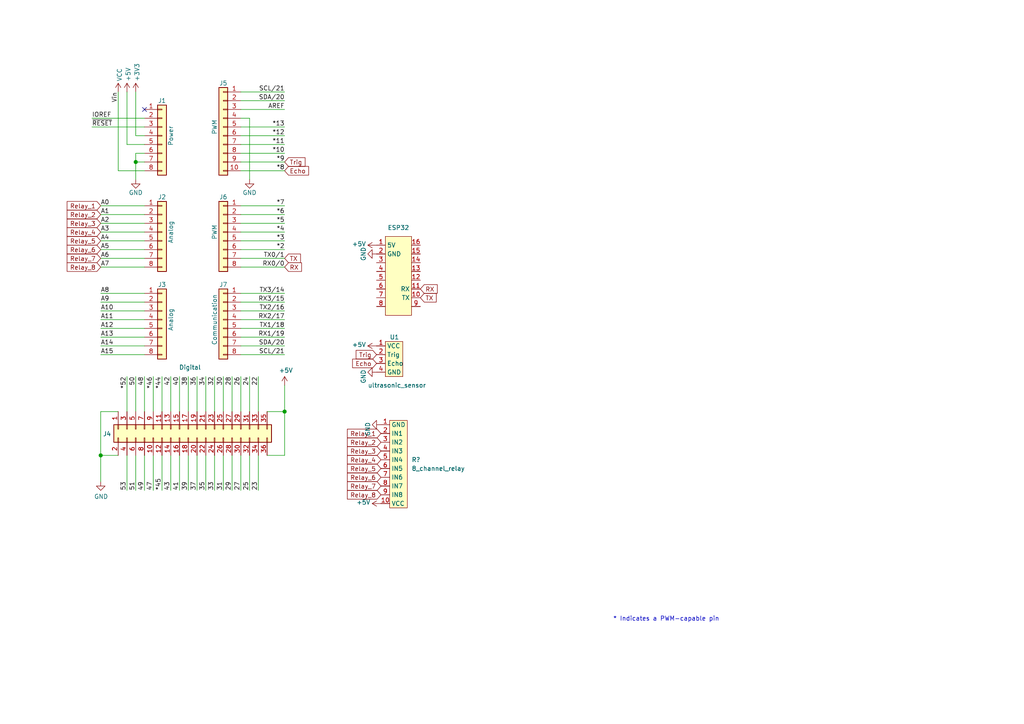
<source format=kicad_sch>
(kicad_sch (version 20211123) (generator eeschema)
  (paper "A4")
  (title_block (date "mar. 31 mars 2015"))
  (lib_symbols
    (symbol "Connector_Generic:Conn_01x08" (pin_names (offset 1.016) hide)
      (property "Reference" "J" (at 0 10.16 0))
      (property "Value" "Conn_01x08" (at 0 -12.7 0))
      (symbol "Conn_01x08_1_1"
        (rectangle (start -1.27 -10.033) (end 0 -10.287) (stroke (width 0.1524)))
        (rectangle (start -1.27 -7.493) (end 0 -7.747) (stroke (width 0.1524)))
        (rectangle (start -1.27 -4.953) (end 0 -5.207) (stroke (width 0.1524)))
        (rectangle (start -1.27 -2.413) (end 0 -2.667) (stroke (width 0.1524)))
        (rectangle (start -1.27 0.127) (end 0 -0.127) (stroke (width 0.1524)))
        (rectangle (start -1.27 2.667) (end 0 2.413) (stroke (width 0.1524)))
        (rectangle (start -1.27 5.207) (end 0 4.953) (stroke (width 0.1524)))
        (rectangle (start -1.27 7.747) (end 0 7.493) (stroke (width 0.1524)))
        (rectangle (start -1.27 8.89) (end 1.27 -11.43) (stroke (width 0.254)) (fill (type background)))
        (pin passive line (at -5.08 7.62 0) (length 3.81) (name "Pin_1") (number "1"))
        (pin passive line (at -5.08 5.08 0) (length 3.81) (name "Pin_2") (number "2"))
        (pin passive line (at -5.08 2.54 0) (length 3.81) (name "Pin_3") (number "3"))
        (pin passive line (at -5.08 0 0) (length 3.81) (name "Pin_4") (number "4"))
        (pin passive line (at -5.08 -2.54 0) (length 3.81) (name "Pin_5") (number "5"))
        (pin passive line (at -5.08 -5.08 0) (length 3.81) (name "Pin_6") (number "6"))
        (pin passive line (at -5.08 -7.62 0) (length 3.81) (name "Pin_7") (number "7"))
        (pin passive line (at -5.08 -10.16 0) (length 3.81) (name "Pin_8") (number "8"))
      )
    )
    (symbol "Connector_Generic:Conn_01x10" (pin_names (offset 1.016) hide)
      (property "Reference" "J" (at 0 12.7 0))
      (property "Value" "Conn_01x10" (at 0 -15.24 0))
      (symbol "Conn_01x10_1_1"
        (rectangle (start -1.27 -12.573) (end 0 -12.827) (stroke (width 0.1524)))
        (rectangle (start -1.27 -10.033) (end 0 -10.287) (stroke (width 0.1524)))
        (rectangle (start -1.27 -7.493) (end 0 -7.747) (stroke (width 0.1524)))
        (rectangle (start -1.27 -4.953) (end 0 -5.207) (stroke (width 0.1524)))
        (rectangle (start -1.27 -2.413) (end 0 -2.667) (stroke (width 0.1524)))
        (rectangle (start -1.27 0.127) (end 0 -0.127) (stroke (width 0.1524)))
        (rectangle (start -1.27 2.667) (end 0 2.413) (stroke (width 0.1524)))
        (rectangle (start -1.27 5.207) (end 0 4.953) (stroke (width 0.1524)))
        (rectangle (start -1.27 7.747) (end 0 7.493) (stroke (width 0.1524)))
        (rectangle (start -1.27 10.287) (end 0 10.033) (stroke (width 0.1524)))
        (rectangle (start -1.27 11.43) (end 1.27 -13.97) (stroke (width 0.254)) (fill (type background)))
        (pin passive line (at -5.08 10.16 0) (length 3.81) (name "Pin_1") (number "1"))
        (pin passive line (at -5.08 -12.7 0) (length 3.81) (name "Pin_10") (number "10"))
        (pin passive line (at -5.08 7.62 0) (length 3.81) (name "Pin_2") (number "2"))
        (pin passive line (at -5.08 5.08 0) (length 3.81) (name "Pin_3") (number "3"))
        (pin passive line (at -5.08 2.54 0) (length 3.81) (name "Pin_4") (number "4"))
        (pin passive line (at -5.08 0 0) (length 3.81) (name "Pin_5") (number "5"))
        (pin passive line (at -5.08 -2.54 0) (length 3.81) (name "Pin_6") (number "6"))
        (pin passive line (at -5.08 -5.08 0) (length 3.81) (name "Pin_7") (number "7"))
        (pin passive line (at -5.08 -7.62 0) (length 3.81) (name "Pin_8") (number "8"))
        (pin passive line (at -5.08 -10.16 0) (length 3.81) (name "Pin_9") (number "9"))
      )
    )
    (symbol "Connector_Generic:Conn_02x18_Odd_Even" (pin_names (offset 1.016) hide)
      (property "Reference" "J" (at 1.27 22.86 0))
      (property "Value" "Conn_02x18_Odd_Even" (at 1.27 -25.4 0))
      (symbol "Conn_02x18_Odd_Even_1_1"
        (rectangle (start -1.27 -22.733) (end 0 -22.987) (stroke (width 0.1524)))
        (rectangle (start -1.27 -20.193) (end 0 -20.447) (stroke (width 0.1524)))
        (rectangle (start -1.27 -17.653) (end 0 -17.907) (stroke (width 0.1524)))
        (rectangle (start -1.27 -15.113) (end 0 -15.367) (stroke (width 0.1524)))
        (rectangle (start -1.27 -12.573) (end 0 -12.827) (stroke (width 0.1524)))
        (rectangle (start -1.27 -10.033) (end 0 -10.287) (stroke (width 0.1524)))
        (rectangle (start -1.27 -7.493) (end 0 -7.747) (stroke (width 0.1524)))
        (rectangle (start -1.27 -4.953) (end 0 -5.207) (stroke (width 0.1524)))
        (rectangle (start -1.27 -2.413) (end 0 -2.667) (stroke (width 0.1524)))
        (rectangle (start -1.27 0.127) (end 0 -0.127) (stroke (width 0.1524)))
        (rectangle (start -1.27 2.667) (end 0 2.413) (stroke (width 0.1524)))
        (rectangle (start -1.27 5.207) (end 0 4.953) (stroke (width 0.1524)))
        (rectangle (start -1.27 7.747) (end 0 7.493) (stroke (width 0.1524)))
        (rectangle (start -1.27 10.287) (end 0 10.033) (stroke (width 0.1524)))
        (rectangle (start -1.27 12.827) (end 0 12.573) (stroke (width 0.1524)))
        (rectangle (start -1.27 15.367) (end 0 15.113) (stroke (width 0.1524)))
        (rectangle (start -1.27 17.907) (end 0 17.653) (stroke (width 0.1524)))
        (rectangle (start -1.27 20.447) (end 0 20.193) (stroke (width 0.1524)))
        (rectangle (start -1.27 21.59) (end 3.81 -24.13) (stroke (width 0.254)) (fill (type background)))
        (rectangle (start 3.81 -22.733) (end 2.54 -22.987) (stroke (width 0.1524)))
        (rectangle (start 3.81 -20.193) (end 2.54 -20.447) (stroke (width 0.1524)))
        (rectangle (start 3.81 -17.653) (end 2.54 -17.907) (stroke (width 0.1524)))
        (rectangle (start 3.81 -15.113) (end 2.54 -15.367) (stroke (width 0.1524)))
        (rectangle (start 3.81 -12.573) (end 2.54 -12.827) (stroke (width 0.1524)))
        (rectangle (start 3.81 -10.033) (end 2.54 -10.287) (stroke (width 0.1524)))
        (rectangle (start 3.81 -7.493) (end 2.54 -7.747) (stroke (width 0.1524)))
        (rectangle (start 3.81 -4.953) (end 2.54 -5.207) (stroke (width 0.1524)))
        (rectangle (start 3.81 -2.413) (end 2.54 -2.667) (stroke (width 0.1524)))
        (rectangle (start 3.81 0.127) (end 2.54 -0.127) (stroke (width 0.1524)))
        (rectangle (start 3.81 2.667) (end 2.54 2.413) (stroke (width 0.1524)))
        (rectangle (start 3.81 5.207) (end 2.54 4.953) (stroke (width 0.1524)))
        (rectangle (start 3.81 7.747) (end 2.54 7.493) (stroke (width 0.1524)))
        (rectangle (start 3.81 10.287) (end 2.54 10.033) (stroke (width 0.1524)))
        (rectangle (start 3.81 12.827) (end 2.54 12.573) (stroke (width 0.1524)))
        (rectangle (start 3.81 15.367) (end 2.54 15.113) (stroke (width 0.1524)))
        (rectangle (start 3.81 17.907) (end 2.54 17.653) (stroke (width 0.1524)))
        (rectangle (start 3.81 20.447) (end 2.54 20.193) (stroke (width 0.1524)))
        (pin passive line (at -5.08 20.32 0) (length 3.81) (name "Pin_1") (number "1"))
        (pin passive line (at 7.62 10.16 180) (length 3.81) (name "Pin_10") (number "10"))
        (pin passive line (at -5.08 7.62 0) (length 3.81) (name "Pin_11") (number "11"))
        (pin passive line (at 7.62 7.62 180) (length 3.81) (name "Pin_12") (number "12"))
        (pin passive line (at -5.08 5.08 0) (length 3.81) (name "Pin_13") (number "13"))
        (pin passive line (at 7.62 5.08 180) (length 3.81) (name "Pin_14") (number "14"))
        (pin passive line (at -5.08 2.54 0) (length 3.81) (name "Pin_15") (number "15"))
        (pin passive line (at 7.62 2.54 180) (length 3.81) (name "Pin_16") (number "16"))
        (pin passive line (at -5.08 0 0) (length 3.81) (name "Pin_17") (number "17"))
        (pin passive line (at 7.62 0 180) (length 3.81) (name "Pin_18") (number "18"))
        (pin passive line (at -5.08 -2.54 0) (length 3.81) (name "Pin_19") (number "19"))
        (pin passive line (at 7.62 20.32 180) (length 3.81) (name "Pin_2") (number "2"))
        (pin passive line (at 7.62 -2.54 180) (length 3.81) (name "Pin_20") (number "20"))
        (pin passive line (at -5.08 -5.08 0) (length 3.81) (name "Pin_21") (number "21"))
        (pin passive line (at 7.62 -5.08 180) (length 3.81) (name "Pin_22") (number "22"))
        (pin passive line (at -5.08 -7.62 0) (length 3.81) (name "Pin_23") (number "23"))
        (pin passive line (at 7.62 -7.62 180) (length 3.81) (name "Pin_24") (number "24"))
        (pin passive line (at -5.08 -10.16 0) (length 3.81) (name "Pin_25") (number "25"))
        (pin passive line (at 7.62 -10.16 180) (length 3.81) (name "Pin_26") (number "26"))
        (pin passive line (at -5.08 -12.7 0) (length 3.81) (name "Pin_27") (number "27"))
        (pin passive line (at 7.62 -12.7 180) (length 3.81) (name "Pin_28") (number "28"))
        (pin passive line (at -5.08 -15.24 0) (length 3.81) (name "Pin_29") (number "29"))
        (pin passive line (at -5.08 17.78 0) (length 3.81) (name "Pin_3") (number "3"))
        (pin passive line (at 7.62 -15.24 180) (length 3.81) (name "Pin_30") (number "30"))
        (pin passive line (at -5.08 -17.78 0) (length 3.81) (name "Pin_31") (number "31"))
        (pin passive line (at 7.62 -17.78 180) (length 3.81) (name "Pin_32") (number "32"))
        (pin passive line (at -5.08 -20.32 0) (length 3.81) (name "Pin_33") (number "33"))
        (pin passive line (at 7.62 -20.32 180) (length 3.81) (name "Pin_34") (number "34"))
        (pin passive line (at -5.08 -22.86 0) (length 3.81) (name "Pin_35") (number "35"))
        (pin passive line (at 7.62 -22.86 180) (length 3.81) (name "Pin_36") (number "36"))
        (pin passive line (at 7.62 17.78 180) (length 3.81) (name "Pin_4") (number "4"))
        (pin passive line (at -5.08 15.24 0) (length 3.81) (name "Pin_5") (number "5"))
        (pin passive line (at 7.62 15.24 180) (length 3.81) (name "Pin_6") (number "6"))
        (pin passive line (at -5.08 12.7 0) (length 3.81) (name "Pin_7") (number "7"))
        (pin passive line (at 7.62 12.7 180) (length 3.81) (name "Pin_8") (number "8"))
        (pin passive line (at -5.08 10.16 0) (length 3.81) (name "Pin_9") (number "9"))
      )
    )
    (symbol "My_Symbol:8_channel_relay"
      (property "Reference" "R" (at -1.27 3.81 0))
      (property "Value" "8_channel_relay" (at 0 -30.48 0))
      (symbol "8_channel_relay_0_1"
        (rectangle (start 0 0) (end 5.08 -25.4) (fill (type background)))
      )
      (symbol "8_channel_relay_1_1"
        (pin input line (at -2.54 -1.27 0) (length 2.54) (name "GND") (number "1"))
        (pin input line (at -2.54 -24.13 0) (length 2.54) (name "VCC") (number "10"))
        (pin input line (at -2.54 -3.81 0) (length 2.54) (name "IN1") (number "2"))
        (pin input line (at -2.54 -6.35 0) (length 2.54) (name "IN2") (number "3"))
        (pin input line (at -2.54 -8.89 0) (length 2.54) (name "IN3") (number "4"))
        (pin input line (at -2.54 -11.43 0) (length 2.54) (name "IN4") (number "5"))
        (pin input line (at -2.54 -13.97 0) (length 2.54) (name "IN5") (number "6"))
        (pin input line (at -2.54 -16.51 0) (length 2.54) (name "IN6") (number "7"))
        (pin input line (at -2.54 -19.05 0) (length 2.54) (name "IN7") (number "8"))
        (pin input line (at -2.54 -21.59 0) (length 2.54) (name "IN8") (number "9"))
      )
    )
    (symbol "My_Symbol:ESP32"
      (property "Value" "ESP32" (at 3.81 1.27 0))
      (symbol "ESP32_0_1"
        (rectangle (start 0 0) (end 7.62 -22.86) (fill (type background)))
      )
      (symbol "ESP32_1_1"
        (pin input line (at -2.54 -2.54 0) (length 2.54) (name "5V") (number "1"))
        (pin input line (at 10.16 -17.78 180) (length 2.54) (name "TX") (number "10"))
        (pin input line (at 10.16 -15.24 180) (length 2.54) (name "RX") (number "11"))
        (pin input line (at 10.16 -12.7 180) (length 2.54) (name "") (number "12"))
        (pin input line (at 10.16 -10.16 180) (length 2.54) (name "") (number "13"))
        (pin input line (at 10.16 -7.62 180) (length 2.54) (name "") (number "14"))
        (pin input line (at 10.16 -5.08 180) (length 2.54) (name "") (number "15"))
        (pin input line (at 10.16 -2.54 180) (length 2.54) (name "") (number "16"))
        (pin input line (at -2.54 -5.08 0) (length 2.54) (name "GND") (number "2"))
        (pin input line (at -2.54 -7.62 0) (length 2.54) (name "") (number "3"))
        (pin input line (at -2.54 -10.16 0) (length 2.54) (name "") (number "4"))
        (pin input line (at -2.54 -12.7 0) (length 2.54) (name "") (number "5"))
        (pin input line (at -2.54 -15.24 0) (length 2.54) (name "") (number "6"))
        (pin input line (at -2.54 -17.78 0) (length 2.54) (name "") (number "7"))
        (pin input line (at -2.54 -20.32 0) (length 2.54) (name "") (number "8"))
        (pin input line (at 10.16 -20.32 180) (length 2.54) (name "") (number "9"))
      )
    )
    (symbol "My_Symbol:ultrasonic_sensor"
      (property "Reference" "U" (at 3.048 -13.462 0))
      (property "Value" "ultrasonic_sensor" (at 2.794 2.794 0))
      (symbol "ultrasonic_sensor_0_1"
        (rectangle (start 0 0) (end 5.08 -10.16) (fill (type background)))
      )
      (symbol "ultrasonic_sensor_1_1"
        (pin input line (at -2.54 -1.27 0) (length 2.54) (name "VCC") (number "1"))
        (pin input line (at -2.54 -3.81 0) (length 2.54) (name "Trig") (number "2"))
        (pin input line (at -2.54 -6.35 0) (length 2.54) (name "Echo") (number "3"))
        (pin input line (at -2.54 -8.89 0) (length 2.54) (name "GND") (number "4"))
      )
    )
    (symbol "power:+3V3" (power) (pin_names (offset 0))
      (property "Value" "+3V3" (at 0 3.556 0))
      (symbol "+3V3_0_1"
        (polyline (pts (xy -0.762 1.27) (xy 0 2.54)))
        (polyline (pts (xy 0 0) (xy 0 2.54)))
        (polyline (pts (xy 0 2.54) (xy 0.762 1.27)))
      )
      (symbol "+3V3_1_1"
        (pin power_in line (at 0 0 90) (length 0) hide (name "+3V3") (number "1"))
      )
    )
    (symbol "power:+5V" (power) (pin_names (offset 0))
      (property "Value" "+5V" (at 0 3.556 0))
      (symbol "+5V_0_1"
        (polyline (pts (xy -0.762 1.27) (xy 0 2.54)))
        (polyline (pts (xy 0 0) (xy 0 2.54)))
        (polyline (pts (xy 0 2.54) (xy 0.762 1.27)))
      )
      (symbol "+5V_1_1"
        (pin power_in line (at 0 0 90) (length 0) hide (name "+5V") (number "1"))
      )
    )
    (symbol "power:GND" (power) (pin_names (offset 0))
      (property "Value" "GND" (at 0 -3.81 0))
      (symbol "GND_0_1"
        (polyline (pts (xy 0 0) (xy 0 -1.27) (xy 1.27 -1.27) (xy 0 -2.54) (xy -1.27 -1.27) (xy 0 -1.27)))
      )
      (symbol "GND_1_1"
        (pin power_in line (at 0 0 270) (length 0) hide (name "GND") (number "1"))
      )
    )
    (symbol "power:VCC" (power) (pin_names (offset 0))
      (property "Value" "VCC" (at 0 3.81 0))
      (symbol "VCC_0_1"
        (polyline (pts (xy -0.762 1.27) (xy 0 2.54)))
        (polyline (pts (xy 0 0) (xy 0 2.54)))
        (polyline (pts (xy 0 2.54) (xy 0.762 1.27)))
      )
      (symbol "VCC_1_1"
        (pin power_in line (at 0 0 90) (length 0) hide (name "VCC") (number "1"))
      )
    )
  )
  (junction (at 29.21 132.08) (diameter 1.016))
  (junction (at 39.37 46.99) (diameter 1.016))
  (junction (at 82.55 119.38) (diameter 1.016))
  (no_connect (at 41.91 31.75))
  (wire (pts (xy 69.85 77.47) (xy 82.55 77.47)))
  (wire (pts (xy 29.21 77.47) (xy 41.91 77.47)))
  (wire (pts (xy 69.85 44.45) (xy 82.55 44.45)))
  (wire (pts (xy 52.07 109.22) (xy 52.07 119.38)))
  (wire (pts (xy 69.85 26.67) (xy 82.55 26.67)))
  (wire (pts (xy 54.61 109.22) (xy 54.61 119.38)))
  (wire (pts (xy 82.55 119.38) (xy 82.55 132.08)))
  (wire (pts (xy 34.29 119.38) (xy 29.21 119.38)))
  (wire (pts (xy 69.85 90.17) (xy 82.55 90.17)))
  (wire (pts (xy 39.37 44.45) (xy 39.37 46.99)))
  (wire (pts (xy 57.15 132.08) (xy 57.15 142.24)))
  (wire (pts (xy 29.21 72.39) (xy 41.91 72.39)))
  (wire (pts (xy 62.23 109.22) (xy 62.23 119.38)))
  (wire (pts (xy 39.37 109.22) (xy 39.37 119.38)))
  (wire (pts (xy 74.93 109.22) (xy 74.93 119.38)))
  (wire (pts (xy 39.37 46.99) (xy 39.37 52.07)))
  (wire (pts (xy 69.85 132.08) (xy 69.85 142.24)))
  (wire (pts (xy 39.37 39.37) (xy 41.91 39.37)))
  (wire (pts (xy 49.53 109.22) (xy 49.53 119.38)))
  (wire (pts (xy 36.83 41.91) (xy 41.91 41.91)))
  (wire (pts (xy 59.69 132.08) (xy 59.69 142.24)))
  (wire (pts (xy 36.83 26.67) (xy 36.83 41.91)))
  (wire (pts (xy 29.21 102.87) (xy 41.91 102.87)))
  (wire (pts (xy 44.45 132.08) (xy 44.45 142.24)))
  (wire (pts (xy 67.31 132.08) (xy 67.31 142.24)))
  (wire (pts (xy 69.85 36.83) (xy 82.55 36.83)))
  (wire (pts (xy 39.37 26.67) (xy 39.37 39.37)))
  (wire (pts (xy 69.85 59.69) (xy 82.55 59.69)))
  (wire (pts (xy 41.91 59.69) (xy 29.21 59.69)))
  (wire (pts (xy 69.85 39.37) (xy 82.55 39.37)))
  (wire (pts (xy 41.91 100.33) (xy 29.21 100.33)))
  (wire (pts (xy 69.85 62.23) (xy 82.55 62.23)))
  (wire (pts (xy 69.85 97.79) (xy 82.55 97.79)))
  (wire (pts (xy 59.69 109.22) (xy 59.69 119.38)))
  (wire (pts (xy 29.21 119.38) (xy 29.21 132.08)))
  (wire (pts (xy 44.45 109.22) (xy 44.45 119.38)))
  (wire (pts (xy 34.29 132.08) (xy 29.21 132.08)))
  (wire (pts (xy 69.85 46.99) (xy 82.55 46.99)))
  (wire (pts (xy 67.31 109.22) (xy 67.31 119.38)))
  (wire (pts (xy 64.77 109.22) (xy 64.77 119.38)))
  (wire (pts (xy 46.99 132.08) (xy 46.99 142.24)))
  (wire (pts (xy 64.77 132.08) (xy 64.77 142.24)))
  (wire (pts (xy 41.91 132.08) (xy 41.91 142.24)))
  (wire (pts (xy 72.39 109.22) (xy 72.39 119.38)))
  (wire (pts (xy 69.85 67.31) (xy 82.55 67.31)))
  (wire (pts (xy 52.07 132.08) (xy 52.07 142.24)))
  (wire (pts (xy 46.99 109.22) (xy 46.99 119.38)))
  (wire (pts (xy 26.67 34.29) (xy 41.91 34.29)))
  (wire (pts (xy 69.85 87.63) (xy 82.55 87.63)))
  (wire (pts (xy 82.55 111.76) (xy 82.55 119.38)))
  (wire (pts (xy 72.39 34.29) (xy 72.39 52.07)))
  (wire (pts (xy 69.85 102.87) (xy 82.55 102.87)))
  (wire (pts (xy 69.85 31.75) (xy 82.55 31.75)))
  (wire (pts (xy 77.47 119.38) (xy 82.55 119.38)))
  (wire (pts (xy 69.85 95.25) (xy 82.55 95.25)))
  (wire (pts (xy 29.21 92.71) (xy 41.91 92.71)))
  (wire (pts (xy 41.91 64.77) (xy 29.21 64.77)))
  (wire (pts (xy 26.67 36.83) (xy 41.91 36.83)))
  (wire (pts (xy 69.85 85.09) (xy 82.55 85.09)))
  (wire (pts (xy 41.91 46.99) (xy 39.37 46.99)))
  (wire (pts (xy 41.91 49.53) (xy 34.29 49.53)))
  (wire (pts (xy 36.83 109.22) (xy 36.83 119.38)))
  (wire (pts (xy 29.21 62.23) (xy 41.91 62.23)))
  (wire (pts (xy 39.37 132.08) (xy 39.37 142.24)))
  (wire (pts (xy 62.23 132.08) (xy 62.23 142.24)))
  (wire (pts (xy 41.91 90.17) (xy 29.21 90.17)))
  (wire (pts (xy 36.83 132.08) (xy 36.83 142.24)))
  (wire (pts (xy 69.85 92.71) (xy 82.55 92.71)))
  (wire (pts (xy 69.85 34.29) (xy 72.39 34.29)))
  (wire (pts (xy 54.61 132.08) (xy 54.61 142.24)))
  (wire (pts (xy 41.91 44.45) (xy 39.37 44.45)))
  (wire (pts (xy 29.21 97.79) (xy 41.91 97.79)))
  (wire (pts (xy 69.85 109.22) (xy 69.85 119.38)))
  (wire (pts (xy 69.85 41.91) (xy 82.55 41.91)))
  (wire (pts (xy 57.15 109.22) (xy 57.15 119.38)))
  (wire (pts (xy 29.21 87.63) (xy 41.91 87.63)))
  (wire (pts (xy 69.85 64.77) (xy 82.55 64.77)))
  (wire (pts (xy 29.21 67.31) (xy 41.91 67.31)))
  (wire (pts (xy 41.91 109.22) (xy 41.91 119.38)))
  (wire (pts (xy 69.85 100.33) (xy 82.55 100.33)))
  (wire (pts (xy 82.55 132.08) (xy 77.47 132.08)))
  (wire (pts (xy 41.91 85.09) (xy 29.21 85.09)))
  (wire (pts (xy 74.93 132.08) (xy 74.93 142.24)))
  (wire (pts (xy 69.85 29.21) (xy 82.55 29.21)))
  (wire (pts (xy 72.39 132.08) (xy 72.39 142.24)))
  (wire (pts (xy 69.85 72.39) (xy 82.55 72.39)))
  (wire (pts (xy 69.85 69.85) (xy 82.55 69.85)))
  (wire (pts (xy 49.53 132.08) (xy 49.53 142.24)))
  (wire (pts (xy 69.85 74.93) (xy 82.55 74.93)))
  (wire (pts (xy 41.91 95.25) (xy 29.21 95.25)))
  (wire (pts (xy 34.29 49.53) (xy 34.29 26.67)))
  (wire (pts (xy 29.21 132.08) (xy 29.21 139.7)))
  (wire (pts (xy 41.91 74.93) (xy 29.21 74.93)))
  (wire (pts (xy 41.91 69.85) (xy 29.21 69.85)))
  (wire (pts (xy 69.85 49.53) (xy 82.55 49.53)))
  (text "* Indicates a PWM-capable pin" (at 177.8 180.34 0) (effects (font (size 1.27 1.27)) (justify left bottom)))
  (label "A10" (at 29.21 90.17 0))
  (label "RX0{slash}0" (at 82.55 77.47 180))
  (label "A15" (at 29.21 102.87 0))
  (label "A2" (at 29.21 64.77 0))
  (label "RX2{slash}17" (at 82.55 92.71 180))
  (label "*4" (at 82.55 67.31 180))
  (label "SDA{slash}20" (at 82.55 100.33 180))
  (label "26" (at 69.85 109.22 270))
  (label "31" (at 64.77 142.24 90))
  (label "22" (at 74.93 109.22 270))
  (label "33" (at 62.23 142.24 90))
  (label "36" (at 57.15 109.22 270))
  (label "*2" (at 82.55 72.39 180))
  (label "TX1{slash}18" (at 82.55 95.25 180))
  (label "*44" (at 46.99 109.22 270))
  (label "A3" (at 29.21 67.31 0))
  (label "*13" (at 82.55 36.83 180))
  (label "*52" (at 36.83 109.22 270))
  (label "*12" (at 82.55 39.37 180))
  (label "40" (at 52.07 109.22 270))
  (label "~{RESET}" (at 26.67 36.83 0))
  (label "35" (at 59.69 142.24 90))
  (label "*10" (at 82.55 44.45 180))
  (label "28" (at 67.31 109.22 270))
  (label "23" (at 74.93 142.24 90))
  (label "29" (at 67.31 142.24 90))
  (label "A13" (at 29.21 97.79 0))
  (label "41" (at 52.07 142.24 90))
  (label "30" (at 64.77 109.22 270))
  (label "47" (at 44.45 142.24 90))
  (label "34" (at 59.69 109.22 270))
  (label "*45" (at 46.99 142.24 90))
  (label "38" (at 54.61 109.22 270))
  (label "51" (at 39.37 142.24 90))
  (label "*7" (at 82.55 59.69 180))
  (label "SDA{slash}20" (at 82.55 29.21 180))
  (label "*8" (at 82.55 49.53 180))
  (label "A9" (at 29.21 87.63 0))
  (label "*11" (at 82.55 41.91 180))
  (label "*3" (at 82.55 69.85 180))
  (label "A6" (at 29.21 74.93 0))
  (label "42" (at 49.53 109.22 270))
  (label "A1" (at 29.21 62.23 0))
  (label "53" (at 36.83 142.24 90))
  (label "TX0{slash}1" (at 82.55 74.93 180))
  (label "24" (at 72.39 109.22 270))
  (label "RX1{slash}19" (at 82.55 97.79 180))
  (label "A0" (at 29.21 59.69 0))
  (label "AREF" (at 82.55 31.75 180))
  (label "A14" (at 29.21 100.33 0))
  (label "39" (at 54.61 142.24 90))
  (label "A8" (at 29.21 85.09 0))
  (label "Vin" (at 34.29 26.67 270))
  (label "27" (at 69.85 142.24 90))
  (label "37" (at 57.15 142.24 90))
  (label "25" (at 72.39 142.24 90))
  (label "*6" (at 82.55 62.23 180))
  (label "*46" (at 44.45 109.22 270))
  (label "SCL{slash}21" (at 82.55 26.67 180))
  (label "*9" (at 82.55 46.99 180))
  (label "50" (at 39.37 109.22 270))
  (label "TX2{slash}16" (at 82.55 90.17 180))
  (label "*5" (at 82.55 64.77 180))
  (label "IOREF" (at 26.67 34.29 0))
  (label "A7" (at 29.21 77.47 0))
  (label "A11" (at 29.21 92.71 0))
  (label "A4" (at 29.21 69.85 0))
  (label "49" (at 41.91 142.24 90))
  (label "A5" (at 29.21 72.39 0))
  (label "RX3{slash}15" (at 82.55 87.63 180))
  (label "TX3{slash}14" (at 82.55 85.09 180))
  (label "32" (at 62.23 109.22 270))
  (label "43" (at 49.53 142.24 90))
  (label "A12" (at 29.21 95.25 0))
  (label "SCL{slash}21" (at 82.55 102.87 180))
  (label "48" (at 41.91 109.22 270))
  (global_label "Relay_6" (shape input) (at 29.21 72.39 180) (property "Intersheet References" "${INTERSHEET_REFS}" (effects hide)))
  (global_label "Relay_4" (shape input) (at 110.49 133.35 180) (property "Intersheet References" "${INTERSHEET_REFS}" (effects hide)))
  (global_label "Relay_1" (shape input) (at 29.21 59.69 180) (property "Intersheet References" "${INTERSHEET_REFS}" (effects hide)))
  (global_label "Trig" (shape input) (at 109.22 102.87 180) (property "Intersheet References" "${INTERSHEET_REFS}" (effects hide)))
  (global_label "Relay_5" (shape input) (at 110.49 135.89 180) (property "Intersheet References" "${INTERSHEET_REFS}" (effects hide)))
  (global_label "Echo" (shape input) (at 82.55 49.53 0) (property "Intersheet References" "${INTERSHEET_REFS}" (effects hide)))
  (global_label "Relay_3" (shape input) (at 29.21 64.77 180) (property "Intersheet References" "${INTERSHEET_REFS}" (effects hide)))
  (global_label "TX" (shape input) (at 82.55 74.93 0) (property "Intersheet References" "${INTERSHEET_REFS}" (effects hide)))
  (global_label "TX" (shape input) (at 121.92 86.36 0) (property "Intersheet References" "${INTERSHEET_REFS}" (effects hide)))
  (global_label "Relay_5" (shape input) (at 29.21 69.85 180) (property "Intersheet References" "${INTERSHEET_REFS}" (effects hide)))
  (global_label "RX" (shape input) (at 82.55 77.47 0) (property "Intersheet References" "${INTERSHEET_REFS}" (effects hide)))
  (global_label "Relay_8" (shape input) (at 110.49 143.51 180) (property "Intersheet References" "${INTERSHEET_REFS}" (effects hide)))
  (global_label "Echo" (shape input) (at 109.22 105.41 180) (property "Intersheet References" "${INTERSHEET_REFS}" (effects hide)))
  (global_label "Relay_3" (shape input) (at 110.49 130.81 180) (property "Intersheet References" "${INTERSHEET_REFS}" (effects hide)))
  (global_label "RX" (shape input) (at 121.92 83.82 0) (property "Intersheet References" "${INTERSHEET_REFS}" (effects hide)))
  (global_label "Relay_4" (shape input) (at 29.21 67.31 180) (property "Intersheet References" "${INTERSHEET_REFS}" (effects hide)))
  (global_label "Relay_2" (shape input) (at 110.49 128.27 180) (property "Intersheet References" "${INTERSHEET_REFS}" (effects hide)))
  (global_label "Relay_7" (shape input) (at 29.21 74.93 180) (property "Intersheet References" "${INTERSHEET_REFS}" (effects hide)))
  (global_label "Relay_6" (shape input) (at 110.49 138.43 180) (property "Intersheet References" "${INTERSHEET_REFS}" (effects hide)))
  (global_label "Relay_1" (shape input) (at 110.49 125.73 180) (property "Intersheet References" "${INTERSHEET_REFS}" (effects hide)))
  (global_label "Trig" (shape input) (at 82.55 46.99 0) (property "Intersheet References" "${INTERSHEET_REFS}" (effects hide)))
  (global_label "Relay_7" (shape input) (at 110.49 140.97 180) (property "Intersheet References" "${INTERSHEET_REFS}" (effects hide)))
  (global_label "Relay_2" (shape input) (at 29.21 62.23 180) (property "Intersheet References" "${INTERSHEET_REFS}" (effects hide)))
  (global_label "Relay_8" (shape input) (at 29.21 77.47 180) (property "Intersheet References" "${INTERSHEET_REFS}" (effects hide)))
  (symbol (lib_id "Connector_Generic:Conn_01x08") (at 46.99 39.37 0) (unit 1)
    (property "Reference" "J1" (at 46.99 29.21 0))
    (property "Value" "Power" (at 49.53 39.37 90))
    (property "Footprint" "Connector_PinSocket_2.54mm:PinSocket_1x08_P2.54mm_Vertical" (effects hide))
  )
  (symbol (lib_id "power:+3V3") (at 39.37 26.67 0) (unit 1)
    (property "Reference" "#PWR04" (effects hide))
    (property "Value" "+3.3V" (at 39.751 23.622 90) (effects (justify left)))
  )
  (symbol (lib_id "power:+5V") (at 36.83 26.67 0) (unit 1)
    (property "Reference" "#PWR03" (effects hide))
    (property "Value" "+5V" (at 37.1856 23.622 90) (effects (justify left)))
  )
  (symbol (lib_id "power:GND") (at 39.37 52.07 0) (unit 1)
    (property "Reference" "#PWR05" (effects hide))
    (property "Value" "GND" (at 39.37 55.88 0))
  )
  (symbol (lib_id "Connector_Generic:Conn_01x10") (at 64.77 36.83 0) (mirror y) (unit 1)
    (property "Reference" "J5" (at 64.77 24.13 0))
    (property "Value" "PWM" (at 62.23 36.83 90))
    (property "Footprint" "Connector_PinSocket_2.54mm:PinSocket_1x10_P2.54mm_Vertical" (effects hide))
  )
  (symbol (lib_id "power:GND") (at 72.39 52.07 0) (unit 1)
    (property "Reference" "#PWR06" (effects hide))
    (property "Value" "GND" (at 72.39 55.88 0))
  )
  (symbol (lib_id "Connector_Generic:Conn_01x08") (at 46.99 67.31 0) (unit 1)
    (property "Reference" "J2" (at 46.99 57.15 0))
    (property "Value" "Analog" (at 49.53 67.31 90))
    (property "Footprint" "Connector_PinSocket_2.54mm:PinSocket_1x08_P2.54mm_Vertical" (effects hide))
  )
  (symbol (lib_id "Connector_Generic:Conn_01x08") (at 64.77 67.31 0) (mirror y) (unit 1)
    (property "Reference" "J6" (at 64.77 57.15 0))
    (property "Value" "PWM" (at 62.23 67.31 90))
    (property "Footprint" "Connector_PinSocket_2.54mm:PinSocket_1x08_P2.54mm_Vertical" (effects hide))
  )
  (symbol (lib_id "Connector_Generic:Conn_01x08") (at 46.99 92.71 0) (unit 1)
    (property "Reference" "J3" (at 46.99 82.55 0))
    (property "Value" "Analog" (at 49.53 92.71 90))
    (property "Footprint" "Connector_PinSocket_2.54mm:PinSocket_1x08_P2.54mm_Vertical" (effects hide))
  )
  (symbol (lib_id "Connector_Generic:Conn_01x08") (at 64.77 92.71 0) (mirror y) (unit 1)
    (property "Reference" "J7" (at 64.77 82.55 0))
    (property "Value" "Communication" (at 62.23 92.71 90))
    (property "Footprint" "Connector_PinSocket_2.54mm:PinSocket_1x08_P2.54mm_Vertical" (effects hide))
  )
  (symbol (lib_id "Connector_Generic:Conn_02x18_Odd_Even") (at 54.61 124.46 90) (mirror x) (unit 1)
    (property "Reference" "J4" (at 32.2579 125.8506 90) (effects (justify left)))
    (property "Value" "Digital" (at 55.118 106.553 90))
    (property "Footprint" "Connector_PinSocket_2.54mm:PinSocket_2x18_P2.54mm_Vertical" (effects hide))
  )
  (symbol (lib_id "power:GND") (at 29.21 139.7 0) (unit 1)
    (property "Reference" "#PWR01" (effects hide))
    (property "Value" "GND" (at 29.3243 144.0244 0))
  )
  (symbol (lib_id "power:+5V") (at 82.55 111.76 0) (unit 1)
    (property "Reference" "#PWR07" (effects hide))
    (property "Value" "+5V" (at 82.9183 107.4356 0))
  )
  (symbol (lib_id "power:+5V") (at 109.22 71.12 90) (unit 1)
    (property "Reference" "#PWR08" (effects hide))
    (property "Value" "+5V" (at 106.172 70.7644 90) (effects (justify left)))
  )
  (symbol (lib_id "My_Symbol:ESP32") (at 111.76 68.58 0) (unit 1)
    (property "Reference" "E1" (effects hide))
    (property "Value" "ESP32" (at 115.57 66.04 0))
    (property "Footprint" "My_Lib:ESP32" (effects hide))
  )
  (symbol (lib_id "power:GND") (at 110.49 123.19 270) (unit 1)
    (property "Reference" "#PWR?" (effects hide))
    (property "Value" "GND" (at 106.68 124.46 0))
  )
  (symbol (lib_id "power:VCC") (at 34.29 26.67 0) (unit 1)
    (property "Reference" "#PWR02" (effects hide))
    (property "Value" "VCC" (at 34.671 23.622 90) (effects (justify left)))
  )
  (symbol (lib_id "power:+5V") (at 109.22 100.33 90) (unit 1)
    (property "Reference" "#PWR010" (effects hide))
    (property "Value" "+5V" (at 106.172 99.9744 90) (effects (justify left)))
  )
  (symbol (lib_id "power:+5V") (at 110.49 146.05 90) (unit 1)
    (property "Reference" "#PWR?" (effects hide))
    (property "Value" "+5V" (at 107.442 145.6944 90) (effects (justify left)))
  )
  (symbol (lib_id "power:GND") (at 109.22 73.66 270) (unit 1)
    (property "Reference" "#PWR09" (effects hide))
    (property "Value" "GND" (at 105.41 73.66 0))
  )
  (symbol (lib_id "power:GND") (at 109.22 107.95 270) (unit 1)
    (property "Reference" "#PWR011" (effects hide))
    (property "Value" "GND" (at 105.41 109.22 0))
  )
  (symbol (lib_id "My_Symbol:8_channel_relay") (at 113.03 121.92 0) (unit 1)
    (property "Reference" "R?" (at 119.38 133.3499 0) (effects (justify left)))
    (property "Value" "8_channel_relay" (at 119.38 135.8899 0) (effects (justify left)))
    (property "Footprint" "My_Lib:8_channel_relay" (effects hide))
  )
  (symbol (lib_id "My_Symbol:ultrasonic_sensor") (at 111.76 99.06 0) (unit 1)
    (property "Reference" "U1" (at 113.03 97.79 0) (effects (justify left)))
    (property "Value" "ultrasonic_sensor" (at 106.68 111.76 0) (effects (justify left)))
    (property "Footprint" "My_Lib:ultrasonic_sensor" (effects hide))
  )
)
</source>
